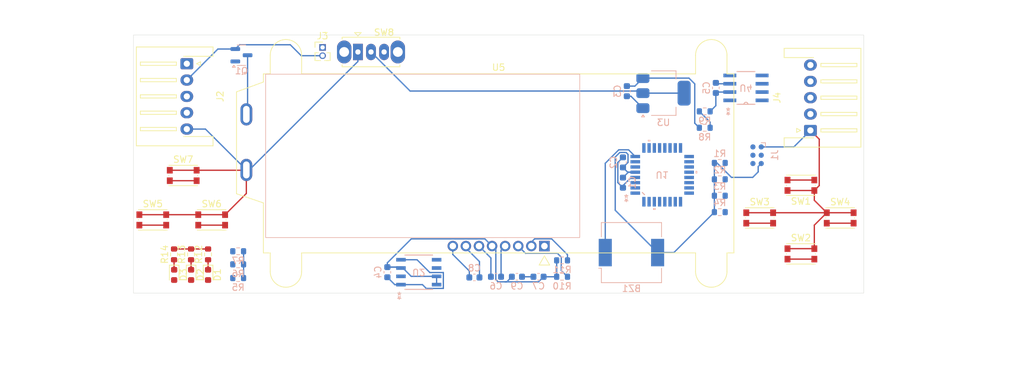
<source format=kicad_pcb>
(kicad_pcb (version 20241229) (generator "pcbnew") (generator_version "9.0")
  (layers (0 "F.Cu" signal) (2 "B.Cu" signal) (13 "F.Paste" user) (15 "B.Paste" user) (5 "F.SilkS" user "F.Silkscreen") (7 "B.SilkS" user "B.Silkscreen") (1 "F.Mask" user) (3 "B.Mask" user) (25 "Edge.Cuts" user))
  (net 0 "")
  (net 1 "/BUZZER")
  (net 2 "GND")
  (net 3 "+3V3")
  (net 4 "+BATT")
  (net 5 "Net-(U5-VOUT)")
  (net 6 "Net-(U5-C1-)")
  (net 7 "Net-(U5-C1+)")
  (net 8 "Net-(D1-K)")
  (net 9 "Net-(D2-K)")
  (net 10 "/STATUS")
  (net 11 "Net-(D3-K)")
  (net 12 "/FAULT")
  (net 13 "/NRST")
  (net 14 "/SWDIO")
  (net 16 "/SWCLK")
  (net 17 "/CAN-")
  (net 18 "/BUSRST")
  (net 19 "/CAN+")
  (net 20 "Net-(Q1-D)")
  (net 21 "/BACKLIGHT")
  (net 22 "/BTN_UP")
  (net 23 "/BTN_DOWN")
  (net 24 "/BTN_LEFT")
  (net 25 "/BTN_RIGHT")
  (net 26 "/BTN_YES")
  (net 27 "/BTN_NO")
  (net 28 "/BTN_MENU")
  (net 29 "/BATREAD")
  (net 30 "/SDA")
  (net 31 "/SCL")
  (net 33 "/3V3_PRESW")
  (net 34 "/CANTX")
  (net 35 "/MOSI")
  (net 36 "/LCDRST")
  (net 38 "/MISO")
  (net 40 "/CANRX")
  (net 45 "/SCK")
  (footprint "Connector_JST:JST_XH_S5B-XH-A-1_1x05_P2.50mm_Horizontal" (layer "F.Cu") (at 157.35 46.1 -90)
    (property "Reference" "J2" (at 5 -5.1 90) (layer "F.SilkS"))
    (property "Value" "Conn_01x05")
    (pad "1" thru_hole roundrect (at 0 0 270) (size 1.7 1.95) (drill 0.95) (layers "*.Cu" "*.Mask") (roundrect_rratio 0.147059) (net 18 "/BUSRST"))
    (pad "2" thru_hole oval (at 2.5 0 270) (size 1.7 1.95) (drill 0.95) (layers "*.Cu" "*.Mask") (net 2 "GND"))
    (pad "3" thru_hole oval (at 5 0 270) (size 1.7 1.95) (drill 0.95) (layers "*.Cu" "*.Mask") (net 17 "/CAN-"))
    (pad "4" thru_hole oval (at 7.5 0 270) (size 1.7 1.95) (drill 0.95) (layers "*.Cu" "*.Mask") (net 19 "/CAN+"))
    (pad "5" thru_hole oval (at 10 0 270) (size 1.7 1.95) (drill 0.95) (layers "*.Cu" "*.Mask") (net 3 "+3V3"))
  )
  (footprint "Connector_JST:JST_XH_S5B-XH-A-1_1x05_P2.50mm_Horizontal" (layer "F.Cu") (at 252.65 56.3 90)
    (property "Reference" "J4" (at 5 -5.1 90) (layer "F.SilkS"))
    (property "Value" "Conn_01x05")
    (pad "1" thru_hole roundrect (at 0 0 90) (size 1.7 1.95) (drill 0.95) (layers "*.Cu" "*.Mask") (roundrect_rratio 0.147059) (net 3 "+3V3"))
    (pad "2" thru_hole oval (at 2.5 0 90) (size 1.7 1.95) (drill 0.95) (layers "*.Cu" "*.Mask") (net 19 "/CAN+"))
    (pad "3" thru_hole oval (at 5 0 90) (size 1.7 1.95) (drill 0.95) (layers "*.Cu" "*.Mask") (net 17 "/CAN-"))
    (pad "4" thru_hole oval (at 7.5 0 90) (size 1.7 1.95) (drill 0.95) (layers "*.Cu" "*.Mask") (net 2 "GND"))
    (pad "5" thru_hole oval (at 10 0 90) (size 1.7 1.95) (drill 0.95) (layers "*.Cu" "*.Mask") (net 18 "/BUSRST"))
  )
  (footprint "Connector_PinHeader_1.27mm:PinHeader_1x02_P1.27mm_Vertical" (layer "F.Cu") (at 178.1 43.6025)
    (property "Reference" "J3" (at 0 -1.745 0) (layer "F.SilkS"))
    (property "Value" "Conn_01x02")
    (pad "1" thru_hole rect (at 0 0) (size 1 1) (drill 0.65) (layers "*.Cu" "*.Mask") (net 4 "+BATT"))
    (pad "2" thru_hole circle (at 0 1.27) (size 1 1) (drill 0.65) (layers "*.Cu" "*.Mask") (net 2 "GND"))
  )
  (footprint "Resistor_SMD:R_0603_1608Metric" (layer "F.Cu") (at 158 75.275 90)
    (property "Reference" "R13" (at 0 -1.43 90) (layer "F.SilkS"))
    (property "Value" "1k")
    (pad "1" smd roundrect (at -0.825 0 90) (size 0.8 0.95) (layers "F.Cu" "F.Mask" "F.Paste") (net 9 "Net-(D2-K)"))
    (pad "2" smd roundrect (at 0.825 0 90) (size 0.8 0.95) (layers "F.Cu" "F.Mask" "F.Paste") (net 2 "GND"))
  )
  (footprint "Diode_SMD:D_0603_1608Metric" (layer "F.Cu") (at 160.6 78.4125 -90)
    (property "Reference" "D1" (at 0 -1.43 90) (layer "F.SilkS"))
    (property "Value" "LED")
    (pad "1" smd roundrect (at -0.7875 0 270) (size 0.875 0.95) (layers "F.Cu" "F.Mask" "F.Paste") (net 8 "Net-(D1-K)"))
    (pad "2" smd roundrect (at 0.7875 0 270) (size 0.875 0.95) (layers "F.Cu" "F.Mask" "F.Paste") (net 3 "+3V3"))
  )
  (footprint "Button_Switch_THT:SW_Slide_SPDT_Straight_CK_OS102011MS2Q" (layer "F.Cu") (at 183.5 44.3)
    (property "Reference" "SW8" (at 3.99 -2.99 0) (layer "F.SilkS"))
    (property "Value" "SW_SPDT")
    (pad "" thru_hole oval (at -2.1 0) (size 2.2 3.5) (drill 1.5) (layers "*.Cu" "*.Mask"))
    (pad "" thru_hole oval (at 6.1 0) (size 2.2 3.5) (drill 1.5) (layers "*.Cu" "*.Mask"))
    (pad "1" thru_hole rect (at 0 0) (size 1.5 2.5) (drill 0.8) (layers "*.Cu" "*.Mask") (net 3 "+3V3"))
    (pad "2" thru_hole oval (at 2 0) (size 1.5 2.5) (drill 0.8) (layers "*.Cu" "*.Mask") (net 33 "/3V3_PRESW"))
    (pad "3" thru_hole oval (at 4 0) (size 1.5 2.5) (drill 0.8) (layers "*.Cu" "*.Mask"))
  )
  (footprint "Resistor_SMD:R_0603_1608Metric" (layer "F.Cu") (at 155.4 75.275 90)
    (property "Reference" "R14" (at 0 -1.43 90) (layer "F.SilkS"))
    (property "Value" "1k")
    (pad "1" smd roundrect (at -0.825 0 90) (size 0.8 0.95) (layers "F.Cu" "F.Mask" "F.Paste") (net 11 "Net-(D3-K)"))
    (pad "2" smd roundrect (at 0.825 0 90) (size 0.8 0.95) (layers "F.Cu" "F.Mask" "F.Paste") (net 2 "GND"))
  )
  (footprint "Button_Switch_SMD:SW_Push_1P1T_NO_CK_KMR2" (layer "F.Cu") (at 251.2 64.7 180)
    (property "Reference" "SW1" (at 0 -2.45 0) (layer "F.SilkS"))
    (property "Value" "SW_Push")
    (pad "1" smd rect (at -2.05 -0.8 180) (size 0.9 1) (layers "F.Cu" "F.Mask" "F.Paste") (net 3 "+3V3"))
    (pad "1" smd rect (at 2.05 -0.8 180) (size 0.9 1) (layers "F.Cu" "F.Mask" "F.Paste") (net 3 "+3V3"))
    (pad "2" smd rect (at -2.05 0.8 180) (size 0.9 1) (layers "F.Cu" "F.Mask" "F.Paste") (net 22 "/BTN_UP"))
    (pad "2" smd rect (at 2.05 0.8 180) (size 0.9 1) (layers "F.Cu" "F.Mask" "F.Paste") (net 22 "/BTN_UP"))
  )
  (footprint "Button_Switch_SMD:SW_Push_1P1T_NO_CK_KMR2" (layer "F.Cu") (at 257.2 69.7)
    (property "Reference" "SW4" (at 0 -2.45 0) (layer "F.SilkS"))
    (property "Value" "SW_Push")
    (pad "1" smd rect (at -2.05 -0.8) (size 0.9 1) (layers "F.Cu" "F.Mask" "F.Paste") (net 3 "+3V3"))
    (pad "1" smd rect (at 2.05 -0.8) (size 0.9 1) (layers "F.Cu" "F.Mask" "F.Paste") (net 3 "+3V3"))
    (pad "2" smd rect (at -2.05 0.8) (size 0.9 1) (layers "F.Cu" "F.Mask" "F.Paste") (net 25 "/BTN_RIGHT"))
    (pad "2" smd rect (at 2.05 0.8) (size 0.9 1) (layers "F.Cu" "F.Mask" "F.Paste") (net 25 "/BTN_RIGHT"))
  )
  (footprint "Button_Switch_SMD:SW_Push_1P1T_NO_CK_KMR2" (layer "F.Cu") (at 156.8 63.2)
    (property "Reference" "SW7" (at 0 -2.45 0) (layer "F.SilkS"))
    (property "Value" "SW_Push")
    (pad "1" smd rect (at -2.05 -0.8) (size 0.9 1) (layers "F.Cu" "F.Mask" "F.Paste") (net 3 "+3V3"))
    (pad "1" smd rect (at 2.05 -0.8) (size 0.9 1) (layers "F.Cu" "F.Mask" "F.Paste") (net 3 "+3V3"))
    (pad "2" smd rect (at -2.05 0.8) (size 0.9 1) (layers "F.Cu" "F.Mask" "F.Paste") (net 28 "/BTN_MENU"))
    (pad "2" smd rect (at 2.05 0.8) (size 0.9 1) (layers "F.Cu" "F.Mask" "F.Paste") (net 28 "/BTN_MENU"))
  )
  (footprint "Button_Switch_SMD:SW_Push_1P1T_NO_CK_KMR2" (layer "F.Cu") (at 251.2 75.2)
    (property "Reference" "SW2" (at 0 -2.45 0) (layer "F.SilkS"))
    (property "Value" "SW_Push")
    (pad "1" smd rect (at -2.05 -0.8) (size 0.9 1) (layers "F.Cu" "F.Mask" "F.Paste") (net 3 "+3V3"))
    (pad "1" smd rect (at 2.05 -0.8) (size 0.9 1) (layers "F.Cu" "F.Mask" "F.Paste") (net 3 "+3V3"))
    (pad "2" smd rect (at -2.05 0.8) (size 0.9 1) (layers "F.Cu" "F.Mask" "F.Paste") (net 23 "/BTN_DOWN"))
    (pad "2" smd rect (at 2.05 0.8) (size 0.9 1) (layers "F.Cu" "F.Mask" "F.Paste") (net 23 "/BTN_DOWN"))
  )
  (footprint "Button_Switch_SMD:SW_Push_1P1T_NO_CK_KMR2" (layer "F.Cu") (at 161.15 70)
    (property "Reference" "SW6" (at 0 -2.45 0) (layer "F.SilkS"))
    (property "Value" "SW_Push")
    (pad "1" smd rect (at -2.05 -0.8) (size 0.9 1) (layers "F.Cu" "F.Mask" "F.Paste") (net 3 "+3V3"))
    (pad "1" smd rect (at 2.05 -0.8) (size 0.9 1) (layers "F.Cu" "F.Mask" "F.Paste") (net 3 "+3V3"))
    (pad "2" smd rect (at -2.05 0.8) (size 0.9 1) (layers "F.Cu" "F.Mask" "F.Paste") (net 27 "/BTN_NO"))
    (pad "2" smd rect (at 2.05 0.8) (size 0.9 1) (layers "F.Cu" "F.Mask" "F.Paste") (net 27 "/BTN_NO"))
  )
  (footprint "Resistor_SMD:R_0603_1608Metric" (layer "F.Cu") (at 160.6 75.275 90)
    (property "Reference" "R12" (at 0 -1.43 90) (layer "F.SilkS"))
    (property "Value" "1k")
    (pad "1" smd roundrect (at -0.825 0 90) (size 0.8 0.95) (layers "F.Cu" "F.Mask" "F.Paste") (net 8 "Net-(D1-K)"))
    (pad "2" smd roundrect (at 0.825 0 90) (size 0.8 0.95) (layers "F.Cu" "F.Mask" "F.Paste") (net 2 "GND"))
  )
  (footprint "Button_Switch_SMD:SW_Push_1P1T_NO_CK_KMR2" (layer "F.Cu") (at 244.9 69.7)
    (property "Reference" "SW3" (at 0 -2.45 0) (layer "F.SilkS"))
    (property "Value" "SW_Push")
    (pad "1" smd rect (at -2.05 -0.8) (size 0.9 1) (layers "F.Cu" "F.Mask" "F.Paste") (net 3 "+3V3"))
    (pad "1" smd rect (at 2.05 -0.8) (size 0.9 1) (layers "F.Cu" "F.Mask" "F.Paste") (net 3 "+3V3"))
    (pad "2" smd rect (at -2.05 0.8) (size 0.9 1) (layers "F.Cu" "F.Mask" "F.Paste") (net 24 "/BTN_LEFT"))
    (pad "2" smd rect (at 2.05 0.8) (size 0.9 1) (layers "F.Cu" "F.Mask" "F.Paste") (net 24 "/BTN_LEFT"))
  )
  (footprint "Button_Switch_SMD:SW_Push_1P1T_NO_CK_KMR2" (layer "F.Cu") (at 152.15 70)
    (property "Reference" "SW5" (at 0 -2.45 0) (layer "F.SilkS"))
    (property "Value" "SW_Push")
    (pad "1" smd rect (at -2.05 -0.8) (size 0.9 1) (layers "F.Cu" "F.Mask" "F.Paste") (net 3 "+3V3"))
    (pad "1" smd rect (at 2.05 -0.8) (size 0.9 1) (layers "F.Cu" "F.Mask" "F.Paste") (net 3 "+3V3"))
    (pad "2" smd rect (at -2.05 0.8) (size 0.9 1) (layers "F.Cu" "F.Mask" "F.Paste") (net 26 "/BTN_YES"))
    (pad "2" smd rect (at 2.05 0.8) (size 0.9 1) (layers "F.Cu" "F.Mask" "F.Paste") (net 26 "/BTN_YES"))
  )
  (footprint "Diode_SMD:D_0603_1608Metric" (layer "F.Cu") (at 158.01 78.4125 -90)
    (property "Reference" "D2" (at 0 -1.43 90) (layer "F.SilkS"))
    (property "Value" "LED")
    (pad "1" smd roundrect (at -0.7875 0 270) (size 0.875 0.95) (layers "F.Cu" "F.Mask" "F.Paste") (net 9 "Net-(D2-K)"))
    (pad "2" smd roundrect (at 0.7875 0 270) (size 0.875 0.95) (layers "F.Cu" "F.Mask" "F.Paste") (net 10 "/STATUS"))
  )
  (footprint "Diode_SMD:D_0603_1608Metric" (layer "F.Cu") (at 155.42 78.4125 -90)
    (property "Reference" "D3" (at 0 -1.43 90) (layer "F.SilkS"))
    (property "Value" "LED")
    (pad "1" smd roundrect (at -0.7875 0 270) (size 0.875 0.95) (layers "F.Cu" "F.Mask" "F.Paste") (net 11 "Net-(D3-K)"))
    (pad "2" smd roundrect (at 0.7875 0 270) (size 0.875 0.95) (layers "F.Cu" "F.Mask" "F.Paste") (net 12 "/FAULT"))
  )
  (footprint "Display:NHD-C0220BiZ" (layer "F.Cu") (at 205 58.1)
    (property "Reference" "U5" (at 0 -11.43 0) (layer "F.SilkS"))
    (property "Value" "NHD-C0220BIZ")
    (pad "" np_thru_hole circle (at -32.5 -13.3) (size 2.5 2.5) (drill 2.5) (layers "*.Cu" "*.Mask"))
    (pad "" np_thru_hole circle (at -32.5 19.8) (size 2.5 2.5) (drill 2.5) (layers "*.Cu" "*.Mask"))
    (pad "" np_thru_hole circle (at 32.5 -13.3) (size 2.5 2.5) (drill 2.5) (layers "*.Cu" "*.Mask"))
    (pad "" np_thru_hole circle (at 32.5 19.8) (size 2.5 2.5) (drill 2.5) (layers "*.Cu" "*.Mask"))
    (pad "1" thru_hole rect (at 7 15.9) (size 1.6 1.6) (drill 1) (layers "*.Cu" "*.Mask") (net 36 "/LCDRST"))
    (pad "2" thru_hole circle (at 5 15.9) (size 1.6 1.6) (drill 1) (layers "*.Cu" "*.Mask") (net 31 "/SCL"))
    (pad "3" thru_hole circle (at 3 15.9) (size 1.6 1.6) (drill 1) (layers "*.Cu" "*.Mask") (net 30 "/SDA"))
    (pad "4" thru_hole circle (at 1 15.9) (size 1.6 1.6) (drill 1) (layers "*.Cu" "*.Mask") (net 2 "GND"))
    (pad "5" thru_hole circle (at -1 15.9) (size 1.6 1.6) (drill 1) (layers "*.Cu" "*.Mask") (net 3 "+3V3"))
    (pad "6" thru_hole circle (at -3 15.9) (size 1.6 1.6) (drill 1) (layers "*.Cu" "*.Mask") (net 5 "Net-(U5-VOUT)"))
    (pad "7" thru_hole circle (at -5 15.9) (size 1.6 1.6) (drill 1) (layers "*.Cu" "*.Mask") (net 7 "Net-(U5-C1+)"))
    (pad "8" thru_hole circle (at -7 15.9) (size 1.6 1.6) (drill 1) (layers "*.Cu" "*.Mask") (net 6 "Net-(U5-C1-)"))
    (pad "9" thru_hole oval (at -38.55 4.25) (size 1.8 3.4) (drill oval 1 2.6) (layers "*.Cu" "*.Mask") (net 3 "+3V3"))
    (pad "10" thru_hole oval (at -38.55 -4.25) (size 1.8 3.4) (drill oval 1 2.6) (layers "*.Cu" "*.Mask") (net 20 "Net-(Q1-D)"))
  )
  (footprint "Resistor_SMD:R_0603_1608Metric" (layer "B.Cu") (at 214.7 76.19)
    (property "Reference" "R11" (at 0 1.43 180) (layer "B.SilkS") (effects (justify mirror)))
    (property "Value" "1k")
    (pad "1" smd roundrect (at -0.825 0) (size 0.8 0.95) (layers "B.Cu" "B.Mask" "B.Paste") (net 3 "+3V3"))
    (pad "2" smd roundrect (at 0.825 0) (size 0.8 0.95) (layers "B.Cu" "B.Mask" "B.Paste") (net 31 "/SCL"))
  )
  (footprint "Capacitor_SMD:C_0603_1608Metric" (layer "B.Cu") (at 224 61.2 -90)
    (property "Reference" "C2" (at 0 1.43 90) (layer "B.SilkS") (effects (justify mirror)))
    (property "Value" "0.1u")
    (pad "1" smd roundrect (at -0.775 0 270) (size 0.9 0.95) (layers "B.Cu" "B.Mask" "B.Paste") (net 3 "+3V3"))
    (pad "2" smd roundrect (at 0.775 0 270) (size 0.9 0.95) (layers "B.Cu" "B.Mask" "B.Paste") (net 2 "GND"))
  )
  (footprint "Resistor_SMD:R_0603_1608Metric" (layer "B.Cu") (at 238.8 66.3 180)
    (property "Reference" "R3" (at 0 1.43 0) (layer "B.SilkS") (effects (justify mirror)))
    (property "Value" "1k")
    (pad "1" smd roundrect (at -0.825 0 180) (size 0.8 0.95) (layers "B.Cu" "B.Mask" "B.Paste") (net 24 "/BTN_LEFT"))
    (pad "2" smd roundrect (at 0.825 0 180) (size 0.8 0.95) (layers "B.Cu" "B.Mask" "B.Paste") (net 2 "GND"))
  )
  (footprint "Buzzer_Beeper:Buzzer_CUI_CPT-9019S-SMT" (layer "B.Cu") (at 225.3 75)
    (property "Reference" "BZ1" (at 0 5.5 180) (layer "B.SilkS") (effects (justify mirror)))
    (property "Value" "Buzzer")
    (pad "1" smd rect (at -4 0) (size 2 4.2) (layers "B.Cu" "B.Mask" "B.Paste") (net 1 "/BUZZER"))
    (pad "2" smd rect (at 4 0) (size 2 4.2) (layers "B.Cu" "B.Mask" "B.Paste") (net 2 "GND"))
  )
  (footprint "Resistor_SMD:R_0603_1608Metric" (layer "B.Cu") (at 214.7 78.7)
    (property "Reference" "R10" (at 0 1.43 180) (layer "B.SilkS") (effects (justify mirror)))
    (property "Value" "1k")
    (pad "1" smd roundrect (at -0.825 0) (size 0.8 0.95) (layers "B.Cu" "B.Mask" "B.Paste") (net 3 "+3V3"))
    (pad "2" smd roundrect (at 0.825 0) (size 0.8 0.95) (layers "B.Cu" "B.Mask" "B.Paste") (net 30 "/SDA"))
  )
  (footprint "Resistor_SMD:R_0603_1608Metric" (layer "B.Cu") (at 165.2 78.9)
    (property "Reference" "R5" (at 0 1.43 180) (layer "B.SilkS") (effects (justify mirror)))
    (property "Value" "1k")
    (pad "1" smd roundrect (at -0.825 0) (size 0.8 0.95) (layers "B.Cu" "B.Mask" "B.Paste") (net 26 "/BTN_YES"))
    (pad "2" smd roundrect (at 0.825 0) (size 0.8 0.95) (layers "B.Cu" "B.Mask" "B.Paste") (net 2 "GND"))
  )
  (footprint "Capacitor_SMD:C_0603_1608Metric" (layer "B.Cu") (at 188 78 -90)
    (property "Reference" "C4" (at 0 1.43 90) (layer "B.SilkS") (effects (justify mirror)))
    (property "Value" "0.1u")
    (pad "1" smd roundrect (at -0.775 0 270) (size 0.9 0.95) (layers "B.Cu" "B.Mask" "B.Paste") (net 3 "+3V3"))
    (pad "2" smd roundrect (at 0.775 0 270) (size 0.9 0.95) (layers "B.Cu" "B.Mask" "B.Paste") (net 2 "GND"))
  )
  (footprint "Capacitor_SMD:C_0603_1608Metric" (layer "B.Cu") (at 204.6 78.7)
    (property "Reference" "C6" (at 0 1.43 180) (layer "B.SilkS") (effects (justify mirror)))
    (property "Value" "1u")
    (pad "1" smd roundrect (at -0.775 0) (size 0.9 0.95) (layers "B.Cu" "B.Mask" "B.Paste") (net 5 "Net-(U5-VOUT)"))
    (pad "2" smd roundrect (at 0.775 0) (size 0.9 0.95) (layers "B.Cu" "B.Mask" "B.Paste") (net 2 "GND"))
  )
  (footprint "Capacitor_SMD:C_0603_1608Metric" (layer "B.Cu") (at 224.6 50.3 -90)
    (property "Reference" "C3" (at 0 1.43 90) (layer "B.SilkS") (effects (justify mirror)))
    (property "Value" "10u")
    (pad "1" smd roundrect (at -0.775 0 270) (size 0.9 0.95) (layers "B.Cu" "B.Mask" "B.Paste") (net 4 "+BATT"))
    (pad "2" smd roundrect (at 0.775 0 270) (size 0.9 0.95) (layers "B.Cu" "B.Mask" "B.Paste") (net 2 "GND"))
  )
  (footprint "Capacitor_SMD:C_0603_1608Metric" (layer "B.Cu") (at 207.8 78.7)
    (property "Reference" "C9" (at 0 1.43 180) (layer "B.SilkS") (effects (justify mirror)))
    (property "Value" "1u")
    (pad "1" smd roundrect (at -0.775 0) (size 0.9 0.95) (layers "B.Cu" "B.Mask" "B.Paste") (net 3 "+3V3"))
    (pad "2" smd roundrect (at 0.775 0) (size 0.9 0.95) (layers "B.Cu" "B.Mask" "B.Paste") (net 2 "GND"))
  )
  (footprint "Connector:Tag-Connect_TC2030-IDC-NL_2x03_P1.27mm_Vertical" (layer "B.Cu") (at 244.5 60.1 -90)
    (property "Reference" "J1" (at 0 -2.7 90) (layer "B.SilkS") (effects (justify mirror)))
    (property "Value" "Conn_ARM_SWD_TagConnect_TC2030-NL")
    (pad "" np_thru_hole circle (at -2.54 0 270) (size 0.9906 0.9906) (drill 0.9906) (layers "*.Cu" "*.Mask"))
    (pad "" np_thru_hole circle (at 2.54 -1.016 270) (size 0.9906 0.9906) (drill 0.9906) (layers "*.Cu" "*.Mask"))
    (pad "" np_thru_hole circle (at 2.54 1.016 270) (size 0.9906 0.9906) (drill 0.9906) (layers "*.Cu" "*.Mask"))
    (pad "1" connect circle (at -1.27 -0.635 270) (size 0.7874 0.7874) (layers "B.Cu" "B.Mask") (net 3 "+3V3"))
    (pad "2" connect circle (at -1.27 0.635 270) (size 0.7874 0.7874) (layers "B.Cu" "B.Mask") (net 14 "/SWDIO"))
    (pad "3" connect circle (at 0 -0.635 270) (size 0.7874 0.7874) (layers "B.Cu" "B.Mask") (net 13 "/NRST"))
    (pad "4" connect circle (at 0 0.635 270) (size 0.7874 0.7874) (layers "B.Cu" "B.Mask") (net 16 "/SWCLK"))
    (pad "5" connect circle (at 1.27 -0.635 270) (size 0.7874 0.7874) (layers "B.Cu" "B.Mask") (net 2 "GND"))
    (pad "6" connect circle (at 1.27 0.635 270) (size 0.7874 0.7874) (layers "B.Cu" "B.Mask"))
  )
  (footprint "footprints:D8" (layer "B.Cu") (at 242.8 49.8)
    (property "Reference" "U4" (at 0 0 180) (layer "B.SilkS") (effects (justify mirror)))
    (property "Value" "SN65HVD232QDRG4Q1")
    (fp_text user "*" (at -2.7178 3.6068 180) (layer "B.SilkS") (effects (justify mirror)))
    (fp_text user "*" (at -2.7178 3.6068 180) (layer "B.SilkS") (effects (justify mirror)))
    (pad "1" smd rect (at -2.4638 1.905) (size 1.9812 0.5588) (layers "B.Cu" "B.Mask" "B.Paste") (net 34 "/CANTX"))
    (pad "2" smd rect (at -2.4638 0.635) (size 1.9812 0.5588) (layers "B.Cu" "B.Mask" "B.Paste") (net 2 "GND"))
    (pad "3" smd rect (at -2.4638 -0.635) (size 1.9812 0.5588) (layers "B.Cu" "B.Mask" "B.Paste") (net 3 "+3V3"))
    (pad "4" smd rect (at -2.4638 -1.905) (size 1.9812 0.5588) (layers "B.Cu" "B.Mask" "B.Paste") (net 40 "/CANRX"))
    (pad "5" smd rect (at 2.4638 -1.905) (size 1.9812 0.5588) (layers "B.Cu" "B.Mask" "B.Paste"))
    (pad "6" smd rect (at 2.4638 -0.635) (size 1.9812 0.5588) (layers "B.Cu" "B.Mask" "B.Paste") (net 17 "/CAN-"))
    (pad "7" smd rect (at 2.4638 0.635) (size 1.9812 0.5588) (layers "B.Cu" "B.Mask" "B.Paste") (net 19 "/CAN+"))
    (pad "8" smd rect (at 2.4638 1.905) (size 1.9812 0.5588) (layers "B.Cu" "B.Mask" "B.Paste"))
  )
  (footprint "Capacitor_SMD:C_0603_1608Metric" (layer "B.Cu") (at 238.2 49.8 -90)
    (property "Reference" "C5" (at 0 1.43 90) (layer "B.SilkS") (effects (justify mirror)))
    (property "Value" "0.1u")
    (pad "1" smd roundrect (at -0.775 0 270) (size 0.9 0.95) (layers "B.Cu" "B.Mask" "B.Paste") (net 3 "+3V3"))
    (pad "2" smd roundrect (at 0.775 0 270) (size 0.9 0.95) (layers "B.Cu" "B.Mask" "B.Paste") (net 2 "GND"))
  )
  (footprint "footprints:LQFP-32_STM" (layer "B.Cu") (at 230 63.1)
    (property "Reference" "U1" (at 0 0 180) (layer "B.SilkS") (effects (justify mirror)))
    (property "Value" "STM32C092KBT6")
    (fp_text user "*" (at -5.4864 3.581 180) (layer "B.SilkS") (effects (justify mirror)))
    (fp_text user "*" (at -5.4864 3.581 180) (layer "B.SilkS") (effects (justify mirror)))
    (pad "1" smd rect (at -4.1148 2.799999 270) (size 0.508 1.4732) (layers "B.Cu" "B.Mask" "B.Paste") (net 28 "/BTN_MENU"))
    (pad "2" smd rect (at -4.1148 2.000001 270) (size 0.508 1.4732) (layers "B.Cu" "B.Mask" "B.Paste"))
    (pad "3" smd rect (at -4.1148 1.2 270) (size 0.508 1.4732) (layers "B.Cu" "B.Mask" "B.Paste"))
    (pad "4" smd rect (at -4.1148 0.399999 270) (size 0.508 1.4732) (layers "B.Cu" "B.Mask" "B.Paste") (net 3 "+3V3"))
    (pad "5" smd rect (at -4.1148 -0.399999 270) (size 0.508 1.4732) (layers "B.Cu" "B.Mask" "B.Paste") (net 2 "GND"))
    (pad "6" smd rect (at -4.1148 -1.2 270) (size 0.508 1.4732) (layers "B.Cu" "B.Mask" "B.Paste") (net 13 "/NRST"))
    (pad "7" smd rect (at -4.1148 -1.999999 270) (size 0.508 1.4732) (layers "B.Cu" "B.Mask" "B.Paste") (net 45 "/SCK"))
    (pad "8" smd rect (at -4.1148 -2.799999 270) (size 0.508 1.4732) (layers "B.Cu" "B.Mask" "B.Paste") (net 1 "/BUZZER"))
    (pad "9" smd rect (at -2.799999 -4.1148) (size 0.508 1.4732) (layers "B.Cu" "B.Mask" "B.Paste") (net 29 "/BATREAD"))
    (pad "10" smd rect (at -2.000001 -4.1148) (size 0.508 1.4732) (layers "B.Cu" "B.Mask" "B.Paste") (net 38 "/MISO"))
    (pad "11" smd rect (at -1.2 -4.1148) (size 0.508 1.4732) (layers "B.Cu" "B.Mask" "B.Paste") (net 35 "/MOSI"))
    (pad "12" smd rect (at -0.399999 -4.1148) (size 0.508 1.4732) (layers "B.Cu" "B.Mask" "B.Paste"))
    (pad "13" smd rect (at 0.399999 -4.1148) (size 0.508 1.4732) (layers "B.Cu" "B.Mask" "B.Paste"))
    (pad "14" smd rect (at 1.2 -4.1148) (size 0.508 1.4732) (layers "B.Cu" "B.Mask" "B.Paste"))
    (pad "15" smd rect (at 1.999999 -4.1148) (size 0.508 1.4732) (layers "B.Cu" "B.Mask" "B.Paste") (net 40 "/CANRX"))
    (pad "16" smd rect (at 2.799999 -4.1148) (size 0.508 1.4732) (layers "B.Cu" "B.Mask" "B.Paste") (net 34 "/CANTX"))
    (pad "17" smd rect (at 4.1148 -2.799999 270) (size 0.508 1.4732) (layers "B.Cu" "B.Mask" "B.Paste") (net 36 "/LCDRST"))
    (pad "18" smd rect (at 4.1148 -2.000001 270) (size 0.508 1.4732) (layers "B.Cu" "B.Mask" "B.Paste") (net 10 "/STATUS"))
    (pad "19" smd rect (at 4.1148 -1.2 270) (size 0.508 1.4732) (layers "B.Cu" "B.Mask" "B.Paste") (net 12 "/FAULT"))
    (pad "20" smd rect (at 4.1148 -0.399999 270) (size 0.508 1.4732) (layers "B.Cu" "B.Mask" "B.Paste") (net 21 "/BACKLIGHT"))
    (pad "21" smd rect (at 4.1148 0.399999 270) (size 0.508 1.4732) (layers "B.Cu" "B.Mask" "B.Paste") (net 18 "/BUSRST"))
    (pad "22" smd rect (at 4.1148 1.2 270) (size 0.508 1.4732) (layers "B.Cu" "B.Mask" "B.Paste") (net 31 "/SCL"))
    (pad "23" smd rect (at 4.1148 1.999999 270) (size 0.508 1.4732) (layers "B.Cu" "B.Mask" "B.Paste") (net 30 "/SDA"))
    (pad "24" smd rect (at 4.1148 2.799999 270) (size 0.508 1.4732) (layers "B.Cu" "B.Mask" "B.Paste") (net 14 "/SWDIO"))
    (pad "25" smd rect (at 2.799999 4.1148) (size 0.508 1.4732) (layers "B.Cu" "B.Mask" "B.Paste") (net 16 "/SWCLK"))
    (pad "26" smd rect (at 2.000001 4.1148) (size 0.508 1.4732) (layers "B.Cu" "B.Mask" "B.Paste"))
    (pad "27" smd rect (at 1.2 4.1148) (size 0.508 1.4732) (layers "B.Cu" "B.Mask" "B.Paste") (net 22 "/BTN_UP"))
    (pad "28" smd rect (at 0.399999 4.1148) (size 0.508 1.4732) (layers "B.Cu" "B.Mask" "B.Paste") (net 23 "/BTN_DOWN"))
    (pad "29" smd rect (at -0.399999 4.1148) (size 0.508 1.4732) (layers "B.Cu" "B.Mask" "B.Paste") (net 24 "/BTN_LEFT"))
    (pad "30" smd rect (at -1.2 4.1148) (size 0.508 1.4732) (layers "B.Cu" "B.Mask" "B.Paste") (net 25 "/BTN_RIGHT"))
    (pad "31" smd rect (at -1.999999 4.1148) (size 0.508 1.4732) (layers "B.Cu" "B.Mask" "B.Paste") (net 26 "/BTN_YES"))
    (pad "32" smd rect (at -2.799999 4.1148) (size 0.508 1.4732) (layers "B.Cu" "B.Mask" "B.Paste") (net 27 "/BTN_NO"))
  )
  (footprint "Resistor_SMD:R_0603_1608Metric" (layer "B.Cu") (at 236.5 53.39)
    (property "Reference" "R9" (at 0 1.43 180) (layer "B.SilkS") (effects (justify mirror)))
    (property "Value" "1k")
    (pad "1" smd roundrect (at -0.825 0) (size 0.8 0.95) (layers "B.Cu" "B.Mask" "B.Paste") (net 29 "/BATREAD"))
    (pad "2" smd roundrect (at 0.825 0) (size 0.8 0.95) (layers "B.Cu" "B.Mask" "B.Paste") (net 2 "GND"))
  )
  (footprint "Capacitor_SMD:C_0603_1608Metric" (layer "B.Cu") (at 211.1 78.7)
    (property "Reference" "C7" (at 0 1.43 180) (layer "B.SilkS") (effects (justify mirror)))
    (property "Value" "0.1u")
    (pad "1" smd roundrect (at -0.775 0) (size 0.9 0.95) (layers "B.Cu" "B.Mask" "B.Paste") (net 2 "GND"))
    (pad "2" smd roundrect (at 0.775 0) (size 0.9 0.95) (layers "B.Cu" "B.Mask" "B.Paste") (net 3 "+3V3"))
  )
  (footprint "Resistor_SMD:R_0603_1608Metric" (layer "B.Cu") (at 238.8 63.79 180)
    (property "Reference" "R2" (at 0 1.43 0) (layer "B.SilkS") (effects (justify mirror)))
    (property "Value" "1k")
    (pad "1" smd roundrect (at -0.825 0 180) (size 0.8 0.95) (layers "B.Cu" "B.Mask" "B.Paste") (net 23 "/BTN_DOWN"))
    (pad "2" smd roundrect (at 0.825 0 180) (size 0.8 0.95) (layers "B.Cu" "B.Mask" "B.Paste") (net 2 "GND"))
  )
  (footprint "Package_TO_SOT_SMD:SOT-223-3_TabPin2" (layer "B.Cu") (at 230.2 50.6)
    (property "Reference" "U3" (at 0 4.5 180) (layer "B.SilkS") (effects (justify mirror)))
    (property "Value" "AZ1117-3.3")
    (pad "1" smd roundrect (at -3.15 2.3) (size 2 1.5) (layers "B.Cu" "B.Mask" "B.Paste") (net 2 "GND"))
    (pad "2" smd roundrect (at -3.15 0) (size 2 1.5) (layers "B.Cu" "B.Mask" "B.Paste") (net 33 "/3V3_PRESW"))
    (pad "2" smd roundrect (at 3.15 0) (size 2 3.8) (layers "B.Cu" "B.Mask" "B.Paste") (net 33 "/3V3_PRESW"))
    (pad "3" smd roundrect (at -3.15 -2.3) (size 2 1.5) (layers "B.Cu" "B.Mask" "B.Paste") (net 4 "+BATT"))
  )
  (footprint "Resistor_SMD:R_0603_1608Metric" (layer "B.Cu") (at 238.8 68.81 180)
    (property "Reference" "R4" (at 0 1.43 0) (layer "B.SilkS") (effects (justify mirror)))
    (property "Value" "1k")
    (pad "1" smd roundrect (at -0.825 0 180) (size 0.8 0.95) (layers "B.Cu" "B.Mask" "B.Paste") (net 25 "/BTN_RIGHT"))
    (pad "2" smd roundrect (at 0.825 0 180) (size 0.8 0.95) (layers "B.Cu" "B.Mask" "B.Paste") (net 2 "GND"))
  )
  (footprint "Capacitor_SMD:C_0603_1608Metric" (layer "B.Cu") (at 224 64.3 90)
    (property "Reference" "C1" (at 0 1.43 90) (layer "B.SilkS") (effects (justify mirror)))
    (property "Value" "10u")
    (pad "1" smd roundrect (at -0.775 0 90) (size 0.9 0.95) (layers "B.Cu" "B.Mask" "B.Paste") (net 3 "+3V3"))
    (pad "2" smd roundrect (at 0.775 0 90) (size 0.9 0.95) (layers "B.Cu" "B.Mask" "B.Paste") (net 2 "GND"))
  )
  (footprint "Resistor_SMD:R_0603_1608Metric" (layer "B.Cu") (at 165.2 74.8)
    (property "Reference" "R7" (at 0 1.43 180) (layer "B.SilkS") (effects (justify mirror)))
    (property "Value" "1k")
    (pad "1" smd roundrect (at -0.825 0) (size 0.8 0.95) (layers "B.Cu" "B.Mask" "B.Paste") (net 28 "/BTN_MENU"))
    (pad "2" smd roundrect (at 0.825 0) (size 0.8 0.95) (layers "B.Cu" "B.Mask" "B.Paste") (net 2 "GND"))
  )
  (footprint "Resistor_SMD:R_0603_1608Metric" (layer "B.Cu") (at 165.2 76.8)
    (property "Reference" "R6" (at 0 1.43 180) (layer "B.SilkS") (effects (justify mirror)))
    (property "Value" "1k")
    (pad "1" smd roundrect (at -0.825 0) (size 0.8 0.95) (layers "B.Cu" "B.Mask" "B.Paste") (net 27 "/BTN_NO"))
    (pad "2" smd roundrect (at 0.825 0) (size 0.8 0.95) (layers "B.Cu" "B.Mask" "B.Paste") (net 2 "GND"))
  )
  (footprint "Resistor_SMD:R_0603_1608Metric" (layer "B.Cu") (at 238.8 61.28 180)
    (property "Reference" "R1" (at 0 1.43 0) (layer "B.SilkS") (effects (justify mirror)))
    (property "Value" "1k")
    (pad "1" smd roundrect (at -0.825 0 180) (size 0.8 0.95) (layers "B.Cu" "B.Mask" "B.Paste") (net 22 "/BTN_UP"))
    (pad "2" smd roundrect (at 0.825 0 180) (size 0.8 0.95) (layers "B.Cu" "B.Mask" "B.Paste") (net 2 "GND"))
  )
  (footprint "Resistor_SMD:R_0603_1608Metric" (layer "B.Cu") (at 236.5 55.9)
    (property "Reference" "R8" (at 0 1.43 180) (layer "B.SilkS") (effects (justify mirror)))
    (property "Value" "3.3k")
    (pad "1" smd roundrect (at -0.825 0) (size 0.8 0.95) (layers "B.Cu" "B.Mask" "B.Paste") (net 4 "+BATT"))
    (pad "2" smd roundrect (at 0.825 0) (size 0.8 0.95) (layers "B.Cu" "B.Mask" "B.Paste") (net 29 "/BATREAD"))
  )
  (footprint "footprints:SOIC8_SA_SST_MCH" (layer "B.Cu") (at 192.8 78)
    (property "Reference" "U2" (at 0 0 180) (layer "B.SilkS") (effects (justify mirror)))
    (property "Value" "SST25PF020B-80-4C-SAE")
    (fp_text user "*" (at -2.97815 3.6068 180) (layer "B.SilkS") (effects (justify mirror)))
    (fp_text user "*" (at -2.97815 3.6068 180) (layer "B.SilkS") (effects (justify mirror)))
    (pad "1" smd rect (at -2.72415 1.905) (size 1.4605 0.5588) (layers "B.Cu" "B.Mask" "B.Paste") (net 2 "GND"))
    (pad "2" smd rect (at -2.72415 0.635) (size 1.4605 0.5588) (layers "B.Cu" "B.Mask" "B.Paste") (net 38 "/MISO"))
    (pad "3" smd rect (at -2.72415 -0.635) (size 1.4605 0.5588) (layers "B.Cu" "B.Mask" "B.Paste") (net 3 "+3V3"))
    (pad "4" smd rect (at -2.72415 -1.905) (size 1.4605 0.5588) (layers "B.Cu" "B.Mask" "B.Paste") (net 2 "GND"))
    (pad "5" smd rect (at 2.72415 -1.905) (size 1.4605 0.5588) (layers "B.Cu" "B.Mask" "B.Paste") (net 35 "/MOSI"))
    (pad "6" smd rect (at 2.72415 -0.635) (size 1.4605 0.5588) (layers "B.Cu" "B.Mask" "B.Paste") (net 45 "/SCK"))
    (pad "7" smd rect (at 2.72415 0.635) (size 1.4605 0.5588) (layers "B.Cu" "B.Mask" "B.Paste") (net 3 "+3V3"))
    (pad "8" smd rect (at 2.72415 1.905) (size 1.4605 0.5588) (layers "B.Cu" "B.Mask" "B.Paste") (net 3 "+3V3"))
  )
  (footprint "Package_TO_SOT_SMD:SOT-23" (layer "B.Cu") (at 165.7 44.8)
    (property "Reference" "Q1" (at 0 2.4 180) (layer "B.SilkS") (effects (justify mirror)))
    (property "Value" "AO3400A")
    (pad "1" smd roundrect (at -0.9375 0.95) (size 1.475 0.6) (layers "B.Cu" "B.Mask" "B.Paste") (net 21 "/BACKLIGHT"))
    (pad "2" smd roundrect (at -0.9375 -0.95) (size 1.475 0.6) (layers "B.Cu" "B.Mask" "B.Paste") (net 2 "GND"))
    (pad "3" smd roundrect (at 0.9375 0) (size 1.475 0.6) (layers "B.Cu" "B.Mask" "B.Paste") (net 20 "Net-(Q1-D)"))
  )
  (footprint "Capacitor_SMD:C_0603_1608Metric" (layer "B.Cu") (at 201.3 78.8 180)
    (property "Reference" "C8" (at 0 1.43 0) (layer "B.SilkS") (effects (justify mirror)))
    (property "Value" "1u")
    (pad "1" smd roundrect (at -0.775 0 180) (size 0.9 0.95) (layers "B.Cu" "B.Mask" "B.Paste") (net 7 "Net-(U5-C1+)"))
    (pad "2" smd roundrect (at 0.775 0 180) (size 0.9 0.95) (layers "B.Cu" "B.Mask" "B.Paste") (net 6 "Net-(U5-C1-)"))
  )
  (gr_rect (start 169.4 47.7) (end 217.4 72.7) (stroke (width 0.1)) (fill no) (layer "B.SilkS"))
  (gr_rect (start 149.2 41.7) (end 260.8 81.2) (stroke (width 0.05)) (fill no) (layer "Edge.Cuts"))
  (segment (start 224.859199 59.274) (end 225.8852 60.300001) (width 0.2) (layer "B.Cu") (net 1))
  (segment (start 221.3 75) (end 221.3 61.334204) (width 0.2) (layer "B.Cu") (net 1))
  (segment (start 223.360205 59.274) (end 224.859199 59.274) (width 0.2) (layer "B.Cu") (net 1))
  (segment (start 221.3 61.334204) (end 223.360205 59.274) (width 0.2) (layer "B.Cu") (net 1))
  (segment (start 155.4 74.45) (end 160.6 74.45) (width 0.2) (layer "F.Cu") (net 2))
  (segment (start 223.52589 59.674) (end 222.823 60.37689) (width 0.2) (layer "B.Cu") (net 2))
  (segment (start 222.823 60.37689) (end 222.823 68.523) (width 0.2) (layer "B.Cu") (net 2))
  (segment (start 238.2 52.515) (end 237.325 53.39) (width 0.2) (layer "B.Cu") (net 2))
  (segment (start 244.6697 61.8353) (end 244.6697 62.651149) (width 0.2) (layer "B.Cu") (net 2))
  (segment (start 238.2 50.575) (end 238.2 52.515) (width 0.2) (layer "B.Cu") (net 2))
  (segment (start 193.941085 80.4854) (end 193.360685 79.905) (width 0.2) (layer "B.Cu") (net 2))
  (segment (start 189.13 79.905) (end 190.07585 79.905) (width 0.2) (layer "B.Cu") (net 2))
  (segment (start 178.1 44.8725) (end 174.836656 44.8725) (width 0.2) (layer "B.Cu") (net 2))
  (segment (start 244.6697 62.651149) (end 243.834549 63.4863) (width 0.2) (layer "B.Cu") (net 2))
  (segment (start 173.163156 43.199) (end 165.4135 43.199) (width 0.2) (layer "B.Cu") (net 2))
  (segment (start 245.135 61.37) (end 244.6697 61.8353) (width 0.2) (layer "B.Cu") (net 2))
  (segment (start 164.7625 43.85) (end 162.1 43.85) (width 0.2) (layer "B.Cu") (net 2))
  (segment (start 192.5333 76.095) (end 194.4929 78.0546) (width 0.2) (layer "B.Cu") (net 2))
  (segment (start 243.834549 63.4863) (end 240.5813 63.4863) (width 0.2) (layer "B.Cu") (net 2))
  (segment (start 238.515 50.435) (end 240.3362 50.435) (width 0.2) (layer "B.Cu") (net 2))
  (segment (start 238.375 61.28) (end 237.975 61.28) (width 0.2) (layer "B.Cu") (net 2))
  (segment (start 238.375 50.575) (end 238.515 50.435) (width 0.2) (layer "B.Cu") (net 2))
  (segment (start 165.4135 43.199) (end 164.7625 43.85) (width 0.2) (layer "B.Cu") (net 2))
  (segment (start 237.975 61.28) (end 237.975 68.81) (width 0.2) (layer "B.Cu") (net 2))
  (segment (start 225.8852 62.700001) (end 224.725001 62.700001) (width 0.2) (layer "B.Cu") (net 2))
  (segment (start 225.225 51.075) (end 224.6 51.075) (width 0.2) (layer "B.Cu") (net 2))
  (segment (start 193.360685 79.905) (end 190.07585 79.905) (width 0.2) (layer "B.Cu") (net 2))
  (segment (start 166.025 74.8) (end 166.025 78.9) (width 0.2) (layer "B.Cu") (net 2))
  (segment (start 224.725001 62.700001) (end 224 61.975) (width 0.2) (layer "B.Cu") (net 2))
  (segment (start 196.5554 78.0546) (end 196.5554 80.4854) (width 0.2) (layer "B.Cu") (net 2))
  (segment (start 196.5554 80.4854) (end 193.941085 80.4854) (width 0.2) (layer "B.Cu") (net 2))
  (segment (start 194.4929 78.0546) (end 196.5554 78.0546) (width 0.2) (layer "B.Cu") (net 2))
  (segment (start 229.3 75) (end 231.785 75) (width 0.2) (layer "B.Cu") (net 2))
  (segment (start 222.823 68.523) (end 229.3 75) (width 0.2) (layer "B.Cu") (net 2))
  (segment (start 224.776 61.199) (end 224.776 59.97589) (width 0.2) (layer "B.Cu") (net 2))
  (segment (start 231.785 75) (end 237.975 68.81) (width 0.2) (layer "B.Cu") (net 2))
  (segment (start 227.05 52.9) (end 225.225 51.075) (width 0.2) (layer "B.Cu") (net 2))
  (segment (start 190.07585 76.095) (end 192.5333 76.095) (width 0.2) (layer "B.Cu") (net 2))
  (segment (start 224.47411 59.674) (end 223.52589 59.674) (width 0.2) (layer "B.Cu") (net 2))
  (segment (start 240.5813 63.4863) (end 238.375 61.28) (width 0.2) (layer "B.Cu") (net 2))
  (segment (start 208.575 78.7) (end 210.325 78.7) (width 0.2) (layer "B.Cu") (net 2))
  (segment (start 224 61.975) (end 224.776 61.199) (width 0.2) (layer "B.Cu") (net 2))
  (segment (start 238.2 50.575) (end 238.375 50.575) (width 0.2) (layer "B.Cu") (net 2))
  (segment (start 162.1 43.85) (end 157.35 48.6) (width 0.2) (layer "B.Cu") (net 2))
  (segment (start 205.375 74.625) (end 206 74) (width 0.2) (layer "B.Cu") (net 2))
  (segment (start 224.776 59.97589) (end 224.47411 59.674) (width 0.2) (layer "B.Cu") (net 2))
  (segment (start 188 78.775) (end 189.13 79.905) (width 0.2) (layer "B.Cu") (net 2))
  (segment (start 224 63.525) (end 224.824999 62.700001) (width 0.2) (layer "B.Cu") (net 2))
  (segment (start 205.375 78.7) (end 205.375 74.625) (width 0.2) (layer "B.Cu") (net 2))
  (segment (start 174.836656 44.8725) (end 173.163156 43.199) (width 0.2) (layer "B.Cu") (net 2))
  (segment (start 224.824999 62.700001) (end 225.8852 62.700001) (width 0.2) (layer "B.Cu") (net 2))
  (segment (start 253.25 65.5) (end 253.25 67) (width 0.2) (layer "F.Cu") (net 3))
  (segment (start 242.85 68.9) (end 259.25 68.9) (width 0.2) (layer "F.Cu") (net 3))
  (segment (start 154.2 69.2) (end 159.1 69.2) (width 0.2) (layer "F.Cu") (net 3))
  (segment (start 158.85 62.4) (end 166.4 62.4) (width 0.2) (layer "F.Cu") (net 3))
  (segment (start 253.25 74.4) (end 253.25 70.8) (width 0.2) (layer "F.Cu") (net 3))
  (segment (start 252.65 56.3) (end 254 57.65) (width 0.2) (layer "F.Cu") (net 3))
  (segment (start 166.4 62.4) (end 166.45 62.35) (width 0.2) (layer "F.Cu") (net 3))
  (segment (start 254 57.65) (end 254 64.75) (width 0.2) (layer "F.Cu") (net 3))
  (segment (start 166.45 62.35) (end 166.45 65.95) (width 0.2) (layer "F.Cu") (net 3))
  (segment (start 253.25 65.5) (end 249.15 65.5) (width 0.2) (layer "F.Cu") (net 3))
  (segment (start 166.45 65.95) (end 163.2 69.2) (width 0.2) (layer "F.Cu") (net 3))
  (segment (start 150.1 69.2) (end 154.2 69.2) (width 0.2) (layer "F.Cu") (net 3))
  (segment (start 154.75 62.4) (end 158.85 62.4) (width 0.2) (layer "F.Cu") (net 3))
  (segment (start 253.25 67) (end 255.15 68.9) (width 0.2) (layer "F.Cu") (net 3))
  (segment (start 163.2 69.2) (end 159.1 69.2) (width 0.2) (layer "F.Cu") (net 3))
  (segment (start 254 64.75) (end 253.25 65.5) (width 0.2) (layer "F.Cu") (net 3))
  (segment (start 253.25 74.4) (end 249.15 74.4) (width 0.2) (layer "F.Cu") (net 3))
  (segment (start 253.25 70.8) (end 255.15 68.9) (width 0.2) (layer "F.Cu") (net 3))
  (segment (start 224 60.425) (end 223.224 61.201) (width 0.2) (layer "B.Cu") (net 3))
  (segment (start 206 79.476) (end 204.92589 79.476) (width 0.2) (layer "B.Cu") (net 3))
  (segment (start 204.576 74.576) (end 204 74) (width 0.2) (layer "B.Cu") (net 3))
  (segment (start 238.34 49.165) (end 238.2 49.025) (width 0.2) (layer "B.Cu") (net 3))
  (segment (start 157.35 56.1) (end 160.2 56.1) (width 0.2) (layer "B.Cu") (net 3))
  (segment (start 224 64.75011) (end 224 65.075) (width 0.2) (layer "B.Cu") (net 3))
  (segment (start 204.576 79.12611) (end 204.576 74.576) (width 0.2) (layer "B.Cu") (net 3))
  (segment (start 207.025 78.7) (end 206.249 79.476) (width 0.2) (layer "B.Cu") (net 3))
  (segment (start 206.249 79.476) (end 206 79.476) (width 0.2) (layer "B.Cu") (net 3))
  (segment (start 160.2 56.1) (end 166.45 62.35) (width 0.2) (layer "B.Cu") (net 3))
  (segment (start 202.899 72.899) (end 204 74) (width 0.2) (layer "B.Cu") (net 3))
  (segment (start 250.12 58.83) (end 252.65 56.3) (width 0.2) (layer "B.Cu") (net 3))
  (segment (start 204.92589 79.476) (end 204.576 79.12611) (width 0.2) (layer "B.Cu") (net 3))
  (segment (start 183.5 44.3) (end 183.5 45.75) (width 0.2) (layer "B.Cu") (net 3))
  (segment (start 213.875 76.19) (end 213.875 78.7) (width 0.2) (layer "B.Cu") (net 3))
  (segment (start 188 77.225) (end 190.2321 77.225) (width 0.2) (layer "B.Cu") (net 3))
  (segment (start 225.8852 63.499999) (end 225.250111 63.499999) (width 0.2) (layer "B.Cu") (net 3))
  (segment (start 188 77.225) (end 188 76.5592) (width 0.2) (layer "B.Cu") (net 3))
  (segment (start 183.5 45.75) (end 166.9 62.35) (width 0.2) (layer "B.Cu") (net 3))
  (segment (start 211.099 79.476) (end 206 79.476) (width 0.2) (layer "B.Cu") (net 3))
  (segment (start 191.6421 78.635) (end 195.52415 78.635) (width 0.2) (layer "B.Cu") (net 3))
  (segment (start 213.875 78.7) (end 211.875 78.7) (width 0.2) (layer "B.Cu") (net 3))
  (segment (start 166.9 62.35) (end 166.45 62.35) (width 0.2) (layer "B.Cu") (net 3))
  (segment (start 190.2321 77.225) (end 191.6421 78.635) (width 0.2) (layer "B.Cu") (net 3))
  (segment (start 225.250111 63.499999) (end 224 64.75011) (width 0.2) (layer "B.Cu") (net 3))
  (segment (start 189.93585 77.225) (end 190.07585 77.365) (width 0.2) (layer "B.Cu") (net 3))
  (segment (start 223.224 64.299) (end 224 65.075) (width 0.2) (layer "B.Cu") (net 3))
  (segment (start 223.224 61.201) (end 223.224 64.299) (width 0.2) (layer "B.Cu") (net 3))
  (segment (start 211.875 78.7) (end 211.099 79.476) (width 0.2) (layer "B.Cu") (net 3))
  (segment (start 188 77.225) (end 189.93585 77.225) (width 0.2) (layer "B.Cu") (net 3))
  (segment (start 240.3362 49.165) (end 238.34 49.165) (width 0.2) (layer "B.Cu") (net 3))
  (segment (start 195.52415 78.635) (end 195.52415 79.905) (width 0.2) (layer "B.Cu") (net 3))
  (segment (start 188 76.5592) (end 191.6602 72.899) (width 0.2) (layer "B.Cu") (net 3))
  (segment (start 191.6602 72.899) (end 202.899 72.899) (width 0.2) (layer "B.Cu") (net 3))
  (segment (start 245.135 58.83) (end 250.12 58.83) (width 0.2) (layer "B.Cu") (net 3))
  (segment (start 234.974 55.199) (end 234.974 49.183942) (width 0.2) (layer "B.Cu") (net 4))
  (segment (start 234.974 49.183942) (end 234.090058 48.3) (width 0.2) (layer "B.Cu") (net 4))
  (segment (start 225.825 49.525) (end 227.05 48.3) (width 0.2) (layer "B.Cu") (net 4))
  (segment (start 224.6 49.525) (end 225.825 49.525) (width 0.2) (layer "B.Cu") (net 4))
  (segment (start 235.675 55.9) (end 234.974 55.199) (width 0.2) (layer "B.Cu") (net 4))
  (segment (start 234.090058 48.3) (end 227.05 48.3) (width 0.2) (layer "B.Cu") (net 4))
  (segment (start 202 74) (end 203.825 75.825) (width 0.2) (layer "B.Cu") (net 5))
  (segment (start 203.825 75.825) (end 203.825 78.7) (width 0.2) (layer "B.Cu") (net 5))
  (segment (start 198 75.290685) (end 198 74) (width 0.2) (layer "B.Cu") (net 6))
  (segment (start 200.525 77.815686) (end 198 75.290685) (width 0.2) (layer "B.Cu") (net 6))
  (segment (start 200.525 78.8) (end 200.525 77.815686) (width 0.2) (layer "B.Cu") (net 6))
  (segment (start 202.075 76.375) (end 202.075 78.8) (width 0.2) (layer "B.Cu") (net 7))
  (segment (start 200 74.3) (end 202.075 76.375) (width 0.2) (layer "B.Cu") (net 7))
  (segment (start 200 74) (end 200 74.3) (width 0.2) (layer "B.Cu") (net 7))
  (segment (start 160.6 76.1) (end 160.6 77.625) (width 0.2) (layer "F.Cu") (net 8))
  (segment (start 158 76.1) (end 158 77.615) (width 0.2) (layer "F.Cu") (net 9))
  (segment (start 158 77.615) (end 158.01 77.625) (width 0.2) (layer "F.Cu") (net 9))
  (segment (start 155.4 77.605) (end 155.42 77.625) (width 0.2) (layer "F.Cu") (net 11))
  (segment (start 155.4 76.1) (end 155.4 77.605) (width 0.2) (layer "F.Cu") (net 11))
  (segment (start 166.6375 44.8) (end 166.6375 53.6625) (width 0.2) (layer "B.Cu") (net 20))
  (segment (start 166.6375 53.6625) (end 166.45 53.85) (width 0.2) (layer "B.Cu") (net 20))
  (segment (start 253.25 63.9) (end 249.15 63.9) (width 0.2) (layer "F.Cu") (net 22))
  (segment (start 253.25 76) (end 249.15 76) (width 0.2) (layer "F.Cu") (net 23))
  (segment (start 246.95 70.5) (end 242.85 70.5) (width 0.2) (layer "F.Cu") (net 24))
  (segment (start 255.15 70.5) (end 259.25 70.5) (width 0.2) (layer "F.Cu") (net 25))
  (segment (start 154.2 70.8) (end 150.1 70.8) (width 0.2) (layer "F.Cu") (net 26))
  (segment (start 159.1 70.8) (end 163.2 70.8) (width 0.2) (layer "F.Cu") (net 27))
  (segment (start 158.85 64) (end 154.75 64) (width 0.2) (layer "F.Cu") (net 28))
  (segment (start 237.325 55.04) (end 235.675 53.39) (width 0.2) (layer "B.Cu") (net 29))
  (segment (start 237.325 55.9) (end 237.325 55.04) (width 0.2) (layer "B.Cu") (net 29))
  (segment (start 209.101 75.101) (end 208 74) (width 0.2) (layer "B.Cu") (net 30))
  (segment (start 213.975064 75.101) (end 209.101 75.101) (width 0.2) (layer "B.Cu") (net 30))
  (segment (start 214.576 77.751) (end 214.576 75.701936) (width 0.2) (layer "B.Cu") (net 30))
  (segment (start 214.576 75.701936) (end 213.975064 75.101) (width 0.2) (layer "B.Cu") (net 30))
  (segment (start 215.525 78.7) (end 214.576 77.751) (width 0.2) (layer "B.Cu") (net 30))
  (segment (start 215.525 76.19) (end 215.525 75.323) (width 0.2) (layer "B.Cu") (net 31))
  (segment (start 213.101 72.899) (end 210.501 72.899) (width 0.2) (layer "B.Cu") (net 31))
  (segment (start 210 73.4) (end 210 74) (width 0.2) (layer "B.Cu") (net 31))
  (segment (start 210.501 72.899) (end 210 73.4) (width 0.2) (layer "B.Cu") (net 31))
  (segment (start 215.525 75.323) (end 213.101 72.899) (width 0.2) (layer "B.Cu") (net 31))
  (segment (start 227.05 50.6) (end 226.726 50.276) (width 0.2) (layer "B.Cu") (net 33))
  (segment (start 191.476 50.276) (end 185.5 44.3) (width 0.2) (layer "B.Cu") (net 33))
  (segment (start 226.726 50.276) (end 191.476 50.276) (width 0.2) (layer "B.Cu") (net 33))
  (segment (start 227.05 50.6) (end 233.35 50.6) (width 0.2) (layer "B.Cu") (net 33))
)
</source>
